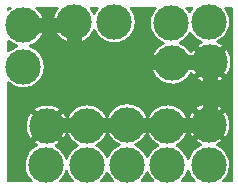
<source format=gbr>
%FSLAX35Y35*%
%MOIN*%
G04 EasyPC Gerber Version 18.0.8 Build 3632 *
%ADD11C,0.00500*%
%ADD106C,0.01969*%
%ADD26C,0.05000*%
%ADD100C,0.11811*%
X0Y0D02*
D02*
D11*
X3104Y35702D02*
Y2750D01*
X10880*
G75*
G02X12809Y14711I4724J5374*
G01*
G75*
G02X8843Y21116I3189J6406*
G01*
G75*
G02X22691Y23647I7156*
G01*
G75*
G02X36003Y23835I6693J-2531*
G01*
G75*
G02X49537I6767J-2325*
G01*
G75*
G02X62991Y23234I6619J-2719*
G01*
G75*
G02X77091Y21510I6944J-1724*
G01*
G75*
G02X72466Y14817I-7156*
G01*
G75*
G02X74659Y2750I-2531J-6693*
G01*
X77671*
Y60348*
X75427*
G75*
G02X72654Y49143I-5492J-4587*
G01*
G75*
G02X77484Y42376I-2326J-6767*
G01*
G75*
G02X64135Y38792I-7156*
G01*
G75*
G02X50575Y41982I-6405J3190*
G01*
G75*
G02X55011Y48601I7156J0*
G01*
G75*
G02X52199Y60348I2326J6767*
G01*
X43931*
G75*
G02X45594Y55762I-5492J-4587*
G01*
G75*
G02X31746Y53231I-7156*
G01*
G75*
G02X17898Y55762I-6693J2531*
G01*
G75*
G02X19561Y60348I7156*
G01*
X12359*
G75*
G02X10056Y47691I-4235J-5768*
G01*
G75*
G02X15280Y40801I-1932J-6890*
G01*
G75*
G02X3104Y35702I-7156*
G01*
G36*
Y2750*
X10880*
G75*
G02X12809Y14711I4724J5374*
G01*
G75*
G02X8843Y21116I3189J6406*
G01*
G75*
G02X22691Y23647I7156*
G01*
G75*
G02X36003Y23835I6693J-2531*
G01*
G75*
G02X49537I6767J-2325*
G01*
G75*
G02X62991Y23234I6619J-2719*
G01*
G75*
G02X77091Y21510I6944J-1724*
G01*
G75*
G02X72466Y14817I-7156*
G01*
G75*
G02X74659Y2750I-2531J-6693*
G01*
X77671*
Y60348*
X75427*
G75*
G02X72654Y49143I-5492J-4587*
G01*
G75*
G02X77484Y42376I-2326J-6767*
G01*
G75*
G02X64135Y38792I-7156*
G01*
G75*
G02X50575Y41982I-6405J3190*
G01*
G75*
G02X55011Y48601I7156J0*
G01*
G75*
G02X52199Y60348I2326J6767*
G01*
X43931*
G75*
G02X45594Y55762I-5492J-4587*
G01*
G75*
G02X31746Y53231I-7156*
G01*
G75*
G02X17898Y55762I-6693J2531*
G01*
G75*
G02X19561Y60348I7156*
G01*
X12359*
G75*
G02X10056Y47691I-4235J-5768*
G01*
G75*
G02X15280Y40801I-1932J-6890*
G01*
G75*
G02X3104Y35702I-7156*
G01*
G37*
Y45901D02*
G75*
G02X6192Y47691I5019J-5100D01*
G01*
G75*
G02X3104Y49481I1931J6890*
G01*
Y45901*
G36*
G75*
G02X6192Y47691I5019J-5100*
G01*
G75*
G02X3104Y49481I1931J6890*
G01*
Y45901*
G37*
Y59680D02*
G75*
G02X3889Y60348I5018J-5098D01*
G01*
X3104*
Y59680*
G36*
G75*
G02X3889Y60348I5018J-5098*
G01*
X3104*
Y59680*
G37*
X18794Y14530D02*
G75*
G02X22494Y10056I-3190J-6406D01*
G01*
G75*
G02X26383Y14620I6890J-1932*
G01*
G75*
G02X22691Y18585I3000J6496*
G01*
G75*
G02X18794Y14530I-6693J2531*
G01*
G36*
G75*
G02X22494Y10056I-3190J-6406*
G01*
G75*
G02X26383Y14620I6890J-1932*
G01*
G75*
G02X22691Y18585I3000J6496*
G01*
G75*
G02X18794Y14530I-6693J2531*
G01*
G37*
X20329Y2750D02*
X24659D01*
G75*
G02X22494Y6192I4724J5374*
G01*
G75*
G02X20329Y2750I-6890J1932*
G01*
G36*
X24659*
G75*
G02X22494Y6192I4724J5374*
G01*
G75*
G02X20329Y2750I-6890J1932*
G01*
G37*
X30545Y60348D02*
G75*
G02X31746Y58293I-5492J-4587D01*
G01*
G75*
G02X32947Y60348I6693J-2531*
G01*
X30545*
G36*
G75*
G02X31746Y58293I-5492J-4587*
G01*
G75*
G02X32947Y60348I6693J-2531*
G01*
X30545*
G37*
X32384Y14620D02*
G75*
G02X36077Y10655I-3000J-6496D01*
G01*
G75*
G02X40239Y14817I6693J-2531*
G01*
G75*
G02X36151Y18791I2531J6693*
G01*
G75*
G02X32384Y14620I-6767J2325*
G01*
G36*
G75*
G02X36077Y10655I-3000J-6496*
G01*
G75*
G02X40239Y14817I6693J-2531*
G01*
G75*
G02X36151Y18791I2531J6693*
G01*
G75*
G02X32384Y14620I-6767J2325*
G01*
G37*
X34108Y2750D02*
X38045D01*
G75*
G02X36077Y5593I4724J5374*
G01*
G75*
G02X34108Y2750I-6693J2531*
G01*
G36*
X38045*
G75*
G02X36077Y5593I4724J5374*
G01*
G75*
G02X34108Y2750I-6693J2531*
G01*
G37*
X45301Y14817D02*
G75*
G02X49463Y10655I-2531J-6693D01*
G01*
G75*
G02X53155Y14620I6693J-2531*
G01*
G75*
G02X49389Y18791I3000J6496*
G01*
G75*
G02X45301Y14817I-6619J2719*
G01*
G36*
G75*
G02X49463Y10655I-2531J-6693*
G01*
G75*
G02X53155Y14620I6693J-2531*
G01*
G75*
G02X49389Y18791I3000J6496*
G01*
G75*
G02X45301Y14817I-6619J2719*
G01*
G37*
X47494Y2750D02*
X51431D01*
G75*
G02X49463Y5593I4724J5374*
G01*
G75*
G02X47494Y2750I-6693J2531*
G01*
G36*
X51431*
G75*
G02X49463Y5593I4724J5374*
G01*
G75*
G02X47494Y2750I-6693J2531*
G01*
G37*
X59156Y14620D02*
G75*
G02X63045Y10056I-3000J-6496D01*
G01*
G75*
G02X67404Y14817I6890J-1932*
G01*
G75*
G02X63100Y19392I2531J6693*
G01*
G75*
G02X59156Y14620I-6944J1724*
G01*
G36*
G75*
G02X63045Y10056I-3000J-6496*
G01*
G75*
G02X67404Y14817I6890J-1932*
G01*
G75*
G02X63100Y19392I2531J6693*
G01*
G75*
G02X59156Y14620I-6944J1724*
G01*
G37*
X60056Y48749D02*
G75*
G02X63924Y45566I-2325J-6767D01*
G01*
G75*
G02X67609Y48995I6405J-3190*
G01*
G75*
G02X63742Y52178I2325J6767*
G01*
G75*
G02X60056Y48749I-6405J3190*
G01*
G36*
G75*
G02X63924Y45566I-2325J-6767*
G01*
G75*
G02X67609Y48995I6405J-3190*
G01*
G75*
G02X63742Y52178I2325J6767*
G01*
G75*
G02X60056Y48749I-6405J3190*
G01*
G37*
X60880Y2750D02*
X65211D01*
G75*
G02X63045Y6192I4724J5374*
G01*
G75*
G02X60880Y2750I-6890J1932*
G01*
G36*
X65211*
G75*
G02X63045Y6192I4724J5374*
G01*
G75*
G02X60880Y2750I-6890J1932*
G01*
G37*
X62474Y60348D02*
G75*
G02X63530Y58952I-5138J-4980D01*
G01*
G75*
G02X64443Y60348I6405J-3191*
G01*
X62474*
G36*
G75*
G02X63530Y58952I-5138J-4980*
G01*
G75*
G02X64443Y60348I6405J-3191*
G01*
X62474*
G37*
D02*
D26*
X8124Y54581D02*
X25053D01*
Y55762*
Y42376*
X70329*
X69935Y21510D02*
X15998D01*
Y21116*
X70329Y42376D02*
Y21510D01*
X69935*
D02*
D100*
X8124Y40801D03*
Y54581D03*
X15604Y8124D03*
X15998Y21116D03*
X25053Y55762D03*
X29384Y8124D03*
Y21116D03*
X38439Y55762D03*
X42770Y8124D03*
Y21510D03*
X56156Y8124D03*
Y21116D03*
X57337Y55368D03*
X57730Y41982D03*
X69935Y8124D03*
Y21510D03*
Y55762D03*
X70329Y42376D03*
D02*
D106*
X12518Y17636D02*
X10419Y15537D01*
X12518Y24596D02*
X10419Y26695D01*
X19478Y17636D02*
X21577Y15537D01*
X19478Y24596D02*
X21577Y26695D01*
X20132Y55762D02*
X17163D01*
X25053Y50841D02*
Y47872D01*
X66455Y18030D02*
X64356Y15931D01*
X66455Y24990D02*
X64356Y27089D01*
X66849Y38896D02*
X64750Y36797D01*
X66849Y45856D02*
X64750Y47955D01*
X73415Y18030D02*
X75514Y15931D01*
X73415Y24990D02*
X75514Y27089D01*
X73809Y38896D02*
X75907Y36797D01*
X73809Y45856D02*
X75907Y47955D01*
X0Y0D02*
M02*

</source>
